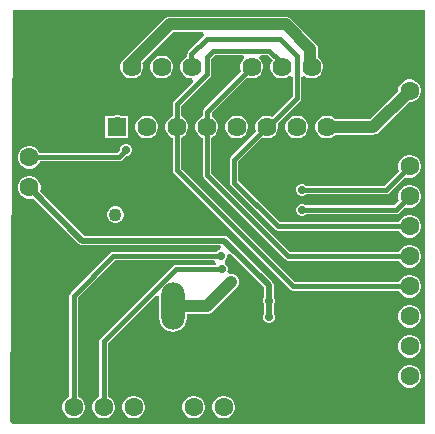
<source format=gbl>
G04*
G04 #@! TF.GenerationSoftware,Altium Limited,Altium Designer,24.6.1 (21)*
G04*
G04 Layer_Physical_Order=2*
G04 Layer_Color=16711680*
%FSLAX26Y26*%
%MOIN*%
G70*
G04*
G04 #@! TF.SameCoordinates,A2FE4C0D-9988-4D7F-9E23-C7A6D8233F7C*
G04*
G04*
G04 #@! TF.FilePolarity,Positive*
G04*
G01*
G75*
%ADD32C,0.015748*%
%ADD33C,0.019685*%
%ADD34C,0.039370*%
%ADD35C,0.047244*%
%ADD36O,0.078740X0.157480*%
%ADD37O,0.157480X0.078740*%
%ADD38R,0.043307X0.043307*%
%ADD39C,0.043307*%
%ADD40C,0.062992*%
%ADD41R,0.063779X0.063779*%
%ADD42C,0.063779*%
%ADD43C,0.027559*%
G36*
X1385827Y11811D02*
X12256Y11811D01*
X3929Y20186D01*
X11777Y1389764D01*
X1385827D01*
Y11811D01*
D02*
G37*
%LPC*%
G36*
X921260Y1368426D02*
X535433D01*
X528728Y1367544D01*
X522480Y1364956D01*
X517114Y1360839D01*
X390343Y1234067D01*
X390199Y1233879D01*
X385397Y1231107D01*
X378342Y1224052D01*
X373354Y1215412D01*
X370772Y1205776D01*
Y1195799D01*
X373354Y1186162D01*
X378342Y1177523D01*
X385397Y1170468D01*
X394036Y1165480D01*
X403673Y1162898D01*
X413650D01*
X423286Y1165480D01*
X431926Y1170468D01*
X438981Y1177523D01*
X443969Y1186162D01*
X446551Y1195799D01*
Y1205776D01*
X444179Y1214628D01*
X546164Y1316613D01*
X645151D01*
X648854Y1306841D01*
X648970Y1304802D01*
X597645Y1253477D01*
X594579Y1248888D01*
X593502Y1243475D01*
Y1235786D01*
X585397Y1231107D01*
X578342Y1224052D01*
X573354Y1215412D01*
X570772Y1205776D01*
Y1195799D01*
X573354Y1186162D01*
X578342Y1177523D01*
X585397Y1170468D01*
X594037Y1165480D01*
X603673Y1162898D01*
X608078D01*
X612970Y1151087D01*
X548659Y1086775D01*
X545592Y1082186D01*
X544516Y1076773D01*
Y1036223D01*
X544037Y1036095D01*
X535397Y1031107D01*
X528342Y1024052D01*
X523354Y1015412D01*
X520772Y1005776D01*
Y995799D01*
X523354Y986163D01*
X528342Y977523D01*
X535397Y970468D01*
X544037Y965480D01*
X544516Y965351D01*
Y856339D01*
X545592Y850925D01*
X548659Y846336D01*
X935706Y459289D01*
X940295Y456222D01*
X945709Y455146D01*
X1299743D01*
X1304641Y446662D01*
X1311623Y439681D01*
X1320173Y434744D01*
X1329709Y432189D01*
X1339582D01*
X1349119Y434744D01*
X1357669Y439681D01*
X1364650Y446662D01*
X1369586Y455212D01*
X1372142Y464749D01*
Y474621D01*
X1369586Y484158D01*
X1364650Y492708D01*
X1357669Y499689D01*
X1349119Y504626D01*
X1339582Y507181D01*
X1329709D01*
X1320173Y504626D01*
X1311623Y499689D01*
X1304641Y492708D01*
X1299705Y484158D01*
X1299512Y483437D01*
X951568D01*
X572807Y862198D01*
Y965351D01*
X573286Y965480D01*
X581926Y970468D01*
X588981Y977523D01*
X593969Y986163D01*
X596551Y995799D01*
Y1005776D01*
X593969Y1015412D01*
X588981Y1024052D01*
X581926Y1031107D01*
X573286Y1036095D01*
X572807Y1036223D01*
Y1070913D01*
X669451Y1167558D01*
X672518Y1172147D01*
X673595Y1177560D01*
Y1228589D01*
X685859Y1240854D01*
X779122D01*
X781220Y1237594D01*
X783333Y1229043D01*
X778342Y1224052D01*
X773354Y1215412D01*
X770772Y1205776D01*
Y1195799D01*
X773354Y1186162D01*
X773602Y1185733D01*
X648659Y1060790D01*
X645592Y1056201D01*
X644516Y1050787D01*
Y1036223D01*
X644037Y1036095D01*
X635397Y1031107D01*
X628342Y1024052D01*
X623354Y1015412D01*
X620772Y1005776D01*
Y995799D01*
X623354Y986163D01*
X628342Y977523D01*
X635397Y970468D01*
X644037Y965480D01*
X644516Y965351D01*
Y841339D01*
X645592Y835925D01*
X648659Y831336D01*
X920312Y559682D01*
X924902Y556616D01*
X930315Y555539D01*
X1299617D01*
X1299705Y555212D01*
X1304641Y546662D01*
X1311623Y539681D01*
X1320173Y534744D01*
X1329709Y532189D01*
X1339582D01*
X1349119Y534744D01*
X1357669Y539681D01*
X1364650Y546662D01*
X1369586Y555212D01*
X1372142Y564749D01*
Y574621D01*
X1369586Y584158D01*
X1364650Y592708D01*
X1357669Y599689D01*
X1349119Y604626D01*
X1339582Y607181D01*
X1329709D01*
X1320173Y604626D01*
X1311623Y599689D01*
X1304641Y592708D01*
X1299705Y584158D01*
X1299617Y583831D01*
X936174D01*
X672807Y847198D01*
Y965351D01*
X673286Y965480D01*
X681926Y970468D01*
X688981Y977523D01*
X693969Y986163D01*
X696551Y995799D01*
Y1005776D01*
X693969Y1015412D01*
X688981Y1024052D01*
X681926Y1031107D01*
X676090Y1034476D01*
X674979Y1045045D01*
X675457Y1047578D01*
X793607Y1165728D01*
X794037Y1165480D01*
X803673Y1162898D01*
X813650D01*
X823286Y1165480D01*
X831926Y1170468D01*
X838981Y1177523D01*
X843969Y1186162D01*
X846551Y1195799D01*
Y1205776D01*
X843969Y1215412D01*
X838981Y1224052D01*
X833990Y1229043D01*
X836103Y1237594D01*
X838201Y1240854D01*
X860633D01*
X878010Y1223477D01*
X873354Y1215412D01*
X870772Y1205776D01*
Y1195799D01*
X873354Y1186162D01*
X878342Y1177523D01*
X885397Y1170468D01*
X894037Y1165480D01*
X903673Y1162898D01*
X913650D01*
X923286Y1165480D01*
X931926Y1170468D01*
X933043Y1171585D01*
X944854Y1166693D01*
Y1102655D01*
X876461Y1034262D01*
X873286Y1036095D01*
X863650Y1038677D01*
X853673D01*
X844037Y1036095D01*
X835397Y1031107D01*
X828342Y1024052D01*
X823354Y1015412D01*
X820772Y1005776D01*
Y995799D01*
X823354Y986163D01*
X823602Y985733D01*
X739997Y902129D01*
X736931Y897539D01*
X735854Y892126D01*
Y815000D01*
X736931Y809587D01*
X739997Y804997D01*
X885706Y659289D01*
X890295Y656222D01*
X895709Y655145D01*
X1299743D01*
X1304641Y646662D01*
X1311623Y639681D01*
X1320173Y634744D01*
X1329709Y632189D01*
X1339582D01*
X1349119Y634744D01*
X1357669Y639681D01*
X1364650Y646662D01*
X1369586Y655212D01*
X1372142Y664749D01*
Y674621D01*
X1369586Y684158D01*
X1364650Y692708D01*
X1357669Y699689D01*
X1349119Y704626D01*
X1339582Y707181D01*
X1329709D01*
X1320173Y704626D01*
X1311623Y699689D01*
X1304641Y692708D01*
X1299705Y684158D01*
X1299512Y683437D01*
X901568D01*
X764146Y820860D01*
Y886267D01*
X843607Y965728D01*
X844037Y965480D01*
X853673Y962898D01*
X863650D01*
X873286Y965480D01*
X881926Y970468D01*
X888981Y977523D01*
X893969Y986163D01*
X896551Y995799D01*
Y1005776D01*
X894741Y1012531D01*
X969003Y1086793D01*
X972069Y1091382D01*
X973146Y1096795D01*
Y1166016D01*
X984957Y1170908D01*
X985397Y1170468D01*
X994037Y1165480D01*
X1003673Y1162898D01*
X1013650D01*
X1023286Y1165480D01*
X1031926Y1170468D01*
X1038981Y1177523D01*
X1043969Y1186162D01*
X1046551Y1195799D01*
Y1205776D01*
X1043969Y1215412D01*
X1038981Y1224052D01*
X1031926Y1231107D01*
X1029898Y1232278D01*
Y1259789D01*
X1029015Y1266494D01*
X1026427Y1272742D01*
X1022310Y1278107D01*
X939578Y1360838D01*
X934213Y1364956D01*
X927965Y1367544D01*
X921260Y1368426D01*
D02*
G37*
G36*
X513650Y1238677D02*
X503673D01*
X494036Y1236095D01*
X485397Y1231107D01*
X478342Y1224052D01*
X473354Y1215412D01*
X470772Y1205776D01*
Y1195799D01*
X473354Y1186162D01*
X478342Y1177523D01*
X485397Y1170468D01*
X494036Y1165480D01*
X503673Y1162898D01*
X513650D01*
X523286Y1165480D01*
X531926Y1170468D01*
X538981Y1177523D01*
X543969Y1186162D01*
X546551Y1195799D01*
Y1205776D01*
X543969Y1215412D01*
X538981Y1224052D01*
X531926Y1231107D01*
X523286Y1236095D01*
X513650Y1238677D01*
D02*
G37*
G36*
X1339582Y1159543D02*
X1329709D01*
X1320173Y1156988D01*
X1311623Y1152052D01*
X1304641Y1145070D01*
X1299705Y1136520D01*
X1297150Y1126984D01*
Y1121189D01*
X1202655Y1026694D01*
X1086339D01*
X1081926Y1031107D01*
X1073286Y1036095D01*
X1063650Y1038677D01*
X1053673D01*
X1044036Y1036095D01*
X1035397Y1031107D01*
X1028342Y1024052D01*
X1023354Y1015412D01*
X1020772Y1005776D01*
Y995799D01*
X1023354Y986163D01*
X1028342Y977523D01*
X1035397Y970468D01*
X1044036Y965480D01*
X1053673Y962898D01*
X1063650D01*
X1073286Y965480D01*
X1081926Y970468D01*
X1086339Y974881D01*
X1213386D01*
X1220091Y975764D01*
X1226339Y978352D01*
X1231705Y982469D01*
X1333787Y1084551D01*
X1339582D01*
X1349119Y1087106D01*
X1357669Y1092043D01*
X1364650Y1099024D01*
X1369586Y1107574D01*
X1372142Y1117111D01*
Y1126984D01*
X1369586Y1136520D01*
X1364650Y1145070D01*
X1357669Y1152052D01*
X1349119Y1156988D01*
X1339582Y1159543D01*
D02*
G37*
G36*
X963650Y1038677D02*
X953673D01*
X944037Y1036095D01*
X935397Y1031107D01*
X928342Y1024052D01*
X923354Y1015412D01*
X920772Y1005776D01*
Y995799D01*
X923354Y986163D01*
X928342Y977523D01*
X935397Y970468D01*
X944037Y965480D01*
X953673Y962898D01*
X963650D01*
X973286Y965480D01*
X981926Y970468D01*
X988981Y977523D01*
X993969Y986163D01*
X996551Y995799D01*
Y1005776D01*
X993969Y1015412D01*
X988981Y1024052D01*
X981926Y1031107D01*
X973286Y1036095D01*
X963650Y1038677D01*
D02*
G37*
G36*
X763650D02*
X753673D01*
X744037Y1036095D01*
X735397Y1031107D01*
X728342Y1024052D01*
X723354Y1015412D01*
X720772Y1005776D01*
Y995799D01*
X723354Y986163D01*
X728342Y977523D01*
X735397Y970468D01*
X744037Y965480D01*
X753673Y962898D01*
X763650D01*
X773286Y965480D01*
X781926Y970468D01*
X788981Y977523D01*
X793969Y986163D01*
X796551Y995799D01*
Y1005776D01*
X793969Y1015412D01*
X788981Y1024052D01*
X781926Y1031107D01*
X773286Y1036095D01*
X763650Y1038677D01*
D02*
G37*
G36*
X463650D02*
X453673D01*
X444036Y1036095D01*
X435397Y1031107D01*
X428342Y1024052D01*
X423354Y1015412D01*
X420772Y1005776D01*
Y995799D01*
X423354Y986163D01*
X428342Y977523D01*
X435397Y970468D01*
X444036Y965480D01*
X453673Y962898D01*
X463650D01*
X473286Y965480D01*
X481926Y970468D01*
X488981Y977523D01*
X493969Y986163D01*
X496551Y995799D01*
Y1005776D01*
X493969Y1015412D01*
X488981Y1024052D01*
X481926Y1031107D01*
X473286Y1036095D01*
X463650Y1038677D01*
D02*
G37*
G36*
X361221Y1041689D02*
X353488Y1040671D01*
X348675Y1038677D01*
X320772D01*
Y962898D01*
X396551D01*
Y1038677D01*
X373766D01*
X368953Y1040671D01*
X361221Y1041689D01*
D02*
G37*
G36*
X393934Y944779D02*
X386066D01*
X378796Y941768D01*
X373232Y936204D01*
X370221Y928934D01*
Y925226D01*
X360519Y915524D01*
X100809D01*
X96933Y922236D01*
X89952Y929217D01*
X81402Y934153D01*
X71865Y936709D01*
X61993D01*
X52456Y934153D01*
X43906Y929217D01*
X36925Y922236D01*
X31988Y913686D01*
X29433Y904149D01*
Y894276D01*
X31988Y884740D01*
X36925Y876189D01*
X43906Y869208D01*
X52456Y864272D01*
X61993Y861717D01*
X71865D01*
X81402Y864272D01*
X89952Y869208D01*
X96933Y876189D01*
X101870Y884740D01*
X102538Y887232D01*
X366378D01*
X371791Y888309D01*
X376380Y891375D01*
X390226Y905221D01*
X393934D01*
X401204Y908232D01*
X406768Y913796D01*
X409779Y921066D01*
Y928934D01*
X406768Y936204D01*
X401204Y941768D01*
X393934Y944779D01*
D02*
G37*
G36*
X1339582Y907181D02*
X1329709D01*
X1320173Y904626D01*
X1311623Y899689D01*
X1304641Y892708D01*
X1299705Y884158D01*
X1297150Y874621D01*
Y864749D01*
X1299705Y855212D01*
X1299874Y854919D01*
X1250440Y805484D01*
X990205D01*
X987582Y808107D01*
X980312Y811118D01*
X972444D01*
X965174Y808107D01*
X959610Y802543D01*
X956598Y795273D01*
Y787404D01*
X959610Y780134D01*
X965174Y774570D01*
X972444Y771559D01*
X980312D01*
X987582Y774570D01*
X990205Y777193D01*
X1256299D01*
X1261713Y778270D01*
X1266302Y781336D01*
X1319880Y834914D01*
X1320173Y834744D01*
X1329709Y832189D01*
X1339582D01*
X1349119Y834744D01*
X1357669Y839681D01*
X1364650Y846662D01*
X1369586Y855212D01*
X1372142Y864749D01*
Y874621D01*
X1369586Y884158D01*
X1364650Y892708D01*
X1357669Y899689D01*
X1349119Y904626D01*
X1339582Y907181D01*
D02*
G37*
G36*
Y807181D02*
X1329709D01*
X1320173Y804626D01*
X1311623Y799689D01*
X1304641Y792708D01*
X1299705Y784158D01*
X1297150Y774621D01*
Y764749D01*
X1299705Y755212D01*
X1299874Y754919D01*
X1284101Y739146D01*
X989614D01*
X987582Y741178D01*
X980312Y744189D01*
X972444D01*
X965174Y741178D01*
X959610Y735614D01*
X956598Y728344D01*
Y720475D01*
X959610Y713205D01*
X965174Y707641D01*
X972444Y704630D01*
X980312D01*
X987582Y707641D01*
X990795Y710854D01*
X1289961D01*
X1295374Y711931D01*
X1299963Y714997D01*
X1319880Y734914D01*
X1320173Y734744D01*
X1329709Y732189D01*
X1339582D01*
X1349119Y734744D01*
X1357669Y739681D01*
X1364650Y746662D01*
X1369586Y755212D01*
X1372142Y764749D01*
Y774621D01*
X1369586Y784158D01*
X1364650Y792708D01*
X1357669Y799689D01*
X1349119Y804626D01*
X1339582Y807181D01*
D02*
G37*
G36*
X357971Y736315D02*
X350690D01*
X343657Y734430D01*
X337351Y730790D01*
X332202Y725641D01*
X328562Y719335D01*
X326677Y712302D01*
Y705021D01*
X328562Y697988D01*
X332202Y691682D01*
X337351Y686533D01*
X343657Y682893D01*
X350690Y681008D01*
X357971D01*
X365005Y682893D01*
X371310Y686533D01*
X376459Y691682D01*
X380100Y697988D01*
X381984Y705021D01*
Y712302D01*
X380100Y719335D01*
X376459Y725641D01*
X371310Y730790D01*
X365005Y734430D01*
X357971Y736315D01*
D02*
G37*
G36*
X71865Y836709D02*
X61993D01*
X52456Y834153D01*
X43906Y829217D01*
X36925Y822236D01*
X31988Y813686D01*
X29433Y804149D01*
Y794276D01*
X31988Y784740D01*
X36925Y776189D01*
X43906Y769208D01*
X52456Y764272D01*
X61993Y761717D01*
X71865D01*
X79528Y763770D01*
X232673Y610625D01*
X237913Y607124D01*
X244095Y605894D01*
X704133D01*
X706242Y602457D01*
X701054Y591217D01*
X699866Y590263D01*
X693520Y587634D01*
X690898Y585012D01*
X346457D01*
X341043Y583935D01*
X336454Y580869D01*
X204564Y448979D01*
X201498Y444390D01*
X200421Y438976D01*
Y101957D01*
X200094Y101870D01*
X191544Y96933D01*
X184563Y89952D01*
X179626Y81402D01*
X177071Y71865D01*
Y61993D01*
X179626Y52456D01*
X184563Y43906D01*
X191544Y36925D01*
X200094Y31988D01*
X209631Y29433D01*
X219503D01*
X229040Y31988D01*
X237590Y36925D01*
X244571Y43906D01*
X249508Y52456D01*
X252063Y61993D01*
Y71865D01*
X249508Y81402D01*
X244571Y89952D01*
X237590Y96933D01*
X229040Y101870D01*
X228713Y101957D01*
Y433117D01*
X352316Y556720D01*
X681932D01*
X686319Y552566D01*
X688887Y544909D01*
X686004Y541705D01*
X554623D01*
X549209Y540628D01*
X544620Y537562D01*
X304564Y297506D01*
X301498Y292917D01*
X300421Y287503D01*
Y101957D01*
X300094Y101870D01*
X291544Y96933D01*
X284563Y89952D01*
X279626Y81402D01*
X277071Y71865D01*
Y61993D01*
X279626Y52456D01*
X284563Y43906D01*
X291544Y36925D01*
X300094Y31988D01*
X309630Y29433D01*
X319503D01*
X329040Y31988D01*
X337590Y36925D01*
X344571Y43906D01*
X349508Y52456D01*
X352063Y61993D01*
Y71865D01*
X349508Y81402D01*
X344571Y89952D01*
X337590Y96933D01*
X329040Y101870D01*
X328713Y101957D01*
Y281644D01*
X487703Y440634D01*
X499514Y435742D01*
Y364173D01*
X501073Y352329D01*
X505645Y341293D01*
X512917Y331815D01*
X522395Y324543D01*
X533432Y319971D01*
X545276Y318412D01*
X557120Y319971D01*
X568156Y324543D01*
X577634Y331815D01*
X584906Y341293D01*
X589478Y352329D01*
X591037Y364173D01*
Y377637D01*
X658543D01*
X665248Y378519D01*
X671497Y381108D01*
X676862Y385225D01*
X726500Y434862D01*
X726500Y434862D01*
X758598Y466961D01*
X762715Y472326D01*
X765303Y478575D01*
X766186Y485280D01*
X765303Y491985D01*
X762715Y498233D01*
X758598Y503598D01*
X753233Y507715D01*
X746985Y510303D01*
X740280Y511186D01*
X734997Y510491D01*
X730944Y514415D01*
X727109Y520410D01*
X728441Y523625D01*
Y531494D01*
X725430Y538763D01*
X720728Y543465D01*
X719807Y545506D01*
X719213Y557382D01*
X721493Y559662D01*
X724504Y566932D01*
Y574532D01*
X725283Y575276D01*
X734707Y581032D01*
X849989Y465750D01*
Y433079D01*
X849374Y432464D01*
X846362Y425194D01*
Y417325D01*
X849374Y410056D01*
X849989Y409440D01*
Y377961D01*
X849374Y377346D01*
X846362Y370076D01*
Y362207D01*
X849374Y354938D01*
X854938Y349373D01*
X862207Y346362D01*
X870076D01*
X877346Y349373D01*
X882910Y354938D01*
X885921Y362207D01*
Y370076D01*
X882910Y377346D01*
X882295Y377961D01*
Y409440D01*
X882910Y410056D01*
X885921Y417325D01*
Y425194D01*
X882910Y432464D01*
X882295Y433079D01*
Y472441D01*
X881065Y478623D01*
X877563Y483863D01*
X727957Y633469D01*
X722717Y636971D01*
X716535Y638200D01*
X250785D01*
X102372Y786613D01*
X104425Y794276D01*
Y804149D01*
X101870Y813686D01*
X96933Y822236D01*
X89952Y829217D01*
X81402Y834153D01*
X71865Y836709D01*
D02*
G37*
G36*
X1339582Y407181D02*
X1329709D01*
X1320173Y404626D01*
X1311623Y399689D01*
X1304641Y392708D01*
X1299705Y384158D01*
X1297150Y374621D01*
Y364749D01*
X1299705Y355212D01*
X1304641Y346662D01*
X1311623Y339681D01*
X1320173Y334744D01*
X1329709Y332189D01*
X1339582D01*
X1349119Y334744D01*
X1357669Y339681D01*
X1364650Y346662D01*
X1369586Y355212D01*
X1372142Y364749D01*
Y374621D01*
X1369586Y384158D01*
X1364650Y392708D01*
X1357669Y399689D01*
X1349119Y404626D01*
X1339582Y407181D01*
D02*
G37*
G36*
Y307181D02*
X1329709D01*
X1320173Y304626D01*
X1311623Y299689D01*
X1304641Y292708D01*
X1299705Y284158D01*
X1297150Y274621D01*
Y264749D01*
X1299705Y255212D01*
X1304641Y246662D01*
X1311623Y239681D01*
X1320173Y234744D01*
X1329709Y232189D01*
X1339582D01*
X1349119Y234744D01*
X1357669Y239681D01*
X1364650Y246662D01*
X1369586Y255212D01*
X1372142Y264749D01*
Y274621D01*
X1369586Y284158D01*
X1364650Y292708D01*
X1357669Y299689D01*
X1349119Y304626D01*
X1339582Y307181D01*
D02*
G37*
G36*
Y207181D02*
X1329709D01*
X1320173Y204626D01*
X1311623Y199689D01*
X1304641Y192708D01*
X1299705Y184158D01*
X1297150Y174621D01*
Y164749D01*
X1299705Y155212D01*
X1304641Y146662D01*
X1311623Y139681D01*
X1320173Y134744D01*
X1329709Y132189D01*
X1339582D01*
X1349119Y134744D01*
X1357669Y139681D01*
X1364650Y146662D01*
X1369586Y155212D01*
X1372142Y164749D01*
Y174621D01*
X1369586Y184158D01*
X1364650Y192708D01*
X1357669Y199689D01*
X1349119Y204626D01*
X1339582Y207181D01*
D02*
G37*
G36*
X719503Y104425D02*
X709630D01*
X700094Y101870D01*
X691544Y96933D01*
X684563Y89952D01*
X679626Y81402D01*
X677071Y71865D01*
Y61993D01*
X679626Y52456D01*
X684563Y43906D01*
X691544Y36925D01*
X700094Y31988D01*
X709630Y29433D01*
X719503D01*
X729040Y31988D01*
X737590Y36925D01*
X744571Y43906D01*
X749508Y52456D01*
X752063Y61993D01*
Y71865D01*
X749508Y81402D01*
X744571Y89952D01*
X737590Y96933D01*
X729040Y101870D01*
X719503Y104425D01*
D02*
G37*
G36*
X619503D02*
X609630D01*
X600094Y101870D01*
X591544Y96933D01*
X584563Y89952D01*
X579626Y81402D01*
X577071Y71865D01*
Y61993D01*
X579626Y52456D01*
X584563Y43906D01*
X591544Y36925D01*
X600094Y31988D01*
X609630Y29433D01*
X619503D01*
X629040Y31988D01*
X637590Y36925D01*
X644571Y43906D01*
X649508Y52456D01*
X652063Y61993D01*
Y71865D01*
X649508Y81402D01*
X644571Y89952D01*
X637590Y96933D01*
X629040Y101870D01*
X619503Y104425D01*
D02*
G37*
G36*
X419503D02*
X409630D01*
X400094Y101870D01*
X391544Y96933D01*
X384563Y89952D01*
X379626Y81402D01*
X377071Y71865D01*
Y61993D01*
X379626Y52456D01*
X384563Y43906D01*
X391544Y36925D01*
X400094Y31988D01*
X409630Y29433D01*
X419503D01*
X429040Y31988D01*
X437590Y36925D01*
X444571Y43906D01*
X449508Y52456D01*
X452063Y61993D01*
Y71865D01*
X449508Y81402D01*
X444571Y89952D01*
X437590Y96933D01*
X429040Y101870D01*
X419503Y104425D01*
D02*
G37*
%LPD*%
D32*
X554623Y527559D02*
X708661D01*
X82874Y901378D02*
X366378D01*
X390000Y925000D01*
X976378Y791339D02*
X1256299D01*
X1334646Y869685D01*
X976969Y725000D02*
X1289961D01*
X1334646Y769685D01*
X930315Y569685D02*
X1334646D01*
X658661Y841339D02*
X930315Y569685D01*
X945709Y469291D02*
X1334646D01*
X214567Y438976D02*
X346457Y570866D01*
X214567Y66929D02*
Y438976D01*
X314567Y66929D02*
Y287503D01*
X554623Y527559D01*
X558661Y856339D02*
X945709Y469291D01*
X346457Y570866D02*
X704724D01*
X976378Y724409D02*
X976969Y725000D01*
X680000Y1255000D02*
X866493D01*
X659449Y1177560D02*
Y1234449D01*
X680000Y1255000D01*
X866493D02*
X901575Y1219918D01*
X750000Y815000D02*
X895709Y669291D01*
X750000Y815000D02*
Y892126D01*
X895709Y669291D02*
X1318898D01*
X658661Y1000787D02*
Y1050787D01*
Y841339D02*
Y1000787D01*
X558661Y856339D02*
Y1000787D01*
X750000Y892126D02*
X858661Y1000787D01*
X558661D02*
Y1076773D01*
X901575Y1207874D02*
Y1219918D01*
Y1207874D02*
X908661Y1200787D01*
X901724Y1295276D02*
X959000Y1238000D01*
X558661Y1076773D02*
X659449Y1177560D01*
Y1295276D02*
X901724D01*
X607648Y1243475D02*
X659449Y1295276D01*
X658661Y1050787D02*
X808661Y1200787D01*
X607648Y1201801D02*
Y1243475D01*
Y1201801D02*
X608661Y1200787D01*
X959000Y1096795D02*
Y1238000D01*
X862992Y1000787D02*
X959000Y1096795D01*
X858661Y1000787D02*
X862992D01*
D33*
X66929Y799213D02*
X244095Y622047D01*
X716535D01*
X866142Y421260D02*
Y472441D01*
Y366142D02*
Y421260D01*
X716535Y622047D02*
X866142Y472441D01*
D34*
X1058661Y1000787D02*
X1213386D01*
X1334646Y1122047D01*
X708181Y453181D02*
X740280Y485280D01*
X658543Y403543D02*
X708181Y453181D01*
X545276Y403543D02*
X658543D01*
X921260Y1342520D02*
X1003991Y1259789D01*
X535433Y1342520D02*
X921260D01*
X1003991Y1205458D02*
Y1259789D01*
X408661Y1215748D02*
X535433Y1342520D01*
X1003991Y1205458D02*
X1008661Y1200787D01*
X408661D02*
Y1215748D01*
D35*
X358661Y1009252D02*
X361221Y1011811D01*
X358661Y1000787D02*
Y1009252D01*
D36*
X305118Y403543D02*
D03*
X545276D02*
D03*
D37*
X435039Y222441D02*
D03*
D38*
X354331Y787402D02*
D03*
D39*
Y708661D02*
D03*
D40*
X1334646Y169685D02*
D03*
Y269685D02*
D03*
Y469685D02*
D03*
Y669685D02*
D03*
Y769685D02*
D03*
Y569685D02*
D03*
Y369685D02*
D03*
Y869685D02*
D03*
X714567Y66929D02*
D03*
X414567D02*
D03*
X614567D02*
D03*
X514567D02*
D03*
X314567D02*
D03*
X214567D02*
D03*
X1334646Y1022047D02*
D03*
Y1122047D02*
D03*
Y1222047D02*
D03*
X66929Y899213D02*
D03*
Y799213D02*
D03*
Y699213D02*
D03*
D41*
X358661Y1000787D02*
D03*
D42*
X558661D02*
D03*
X1058661D02*
D03*
X1008661Y1200787D02*
D03*
X958661Y1000787D02*
D03*
X908661Y1200787D02*
D03*
X858661Y1000787D02*
D03*
X808661Y1200787D02*
D03*
X758661Y1000787D02*
D03*
X708661Y1200787D02*
D03*
X658661Y1000787D02*
D03*
X608661Y1200787D02*
D03*
X508661D02*
D03*
X458661Y1000787D02*
D03*
X408661Y1200787D02*
D03*
D43*
X216024Y532008D02*
D03*
X708661Y527559D02*
D03*
X826772Y885827D02*
D03*
X610000Y885000D02*
D03*
X1188976Y862205D02*
D03*
X78740Y610236D02*
D03*
X787402Y39370D02*
D03*
X1338583Y98425D02*
D03*
X1082165Y39882D02*
D03*
X1062480Y1280039D02*
D03*
X78740Y275591D02*
D03*
Y354331D02*
D03*
X78228Y433583D02*
D03*
X78740Y531496D02*
D03*
X117598Y59567D02*
D03*
X58543D02*
D03*
X1338583Y39370D02*
D03*
X452244Y886339D02*
D03*
X1023110Y1339094D02*
D03*
X452244D02*
D03*
X373504D02*
D03*
X1338071D02*
D03*
X1064117Y303009D02*
D03*
X1043307Y382874D02*
D03*
X976378Y724409D02*
D03*
X390000Y925000D02*
D03*
X800000Y150000D02*
D03*
X976378Y791339D02*
D03*
X740280Y485280D02*
D03*
X708181Y453181D02*
D03*
X290000Y1340000D02*
D03*
X150000D02*
D03*
X822835Y826772D02*
D03*
X503937D02*
D03*
X866142Y421260D02*
D03*
Y366142D02*
D03*
X990158Y382874D02*
D03*
X964567Y331693D02*
D03*
X704724Y570866D02*
D03*
M02*

</source>
